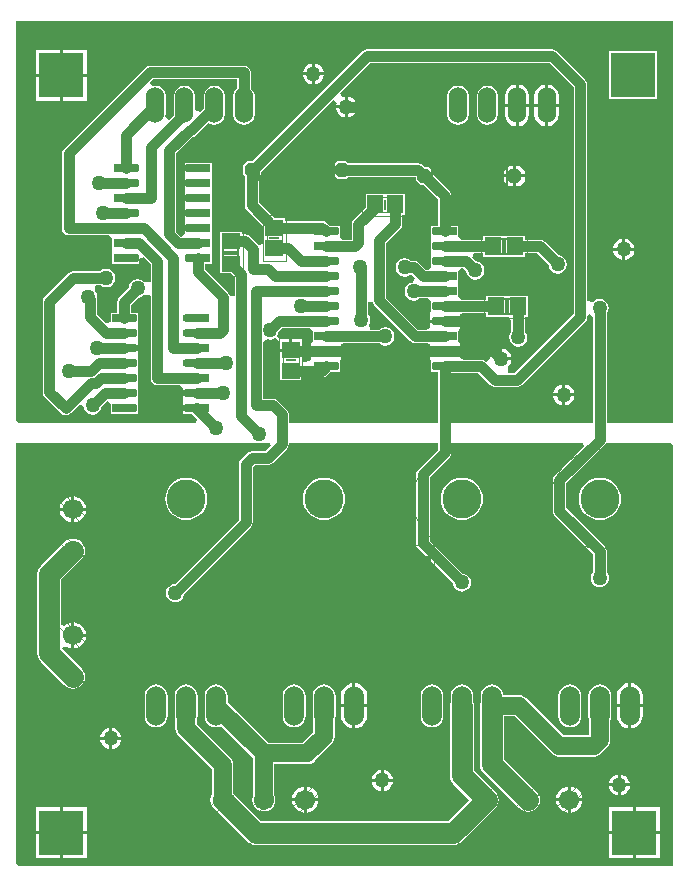
<source format=gtl>
%FSTAX23Y23*%
%MOIN*%
%SFA1B1*%

%IPPOS*%
%AMD40*
4,1,8,-0.012000,-0.024000,0.012000,-0.024000,0.024000,-0.012000,0.024000,0.012000,0.012000,0.024000,-0.012000,0.024000,-0.024000,0.012000,-0.024000,-0.012000,-0.012000,-0.024000,0.0*
%
%ADD10R,0.080000X0.026000*%
%ADD11R,0.052000X0.060000*%
%ADD12R,0.052000X0.063000*%
%ADD13R,0.060000X0.052000*%
%ADD14R,0.063000X0.052000*%
%ADD15C,0.035000*%
%ADD16C,0.070000*%
%ADD17C,0.060000*%
%ADD18R,0.007900X0.031800*%
%ADD19R,0.015900X0.047600*%
%ADD20R,0.031800X0.007900*%
%ADD21R,0.047600X0.015900*%
%ADD22R,0.007900X0.031800*%
%ADD23C,0.000000*%
%ADD24C,0.003900*%
%ADD25C,0.024000*%
%ADD26C,0.006000*%
%ADD27C,0.004000*%
%ADD28R,0.010000X0.024000*%
%ADD29R,0.045000X0.020000*%
%ADD30R,0.030000X0.057500*%
%ADD31R,0.029500X0.057500*%
%ADD32R,0.014000X0.056000*%
%ADD33R,0.057500X0.030000*%
%ADD34R,0.057500X0.029500*%
%ADD35R,0.058000X0.020000*%
%ADD36R,0.030000X0.075000*%
%ADD37R,0.056000X0.014000*%
%ADD38C,0.002000*%
%ADD39R,0.150000X0.150000*%
G04~CAMADD=40~4~0.0~0.0~480.0~480.0~0.0~120.0~0~0.0~0.0~0.0~0.0~0~0.0~0.0~0.0~0.0~0~0.0~0.0~0.0~180.0~480.0~480.0*
%ADD40D40*%
%ADD41C,0.130000*%
%ADD42O,0.066000X0.132000*%
%ADD43C,0.067000*%
%ADD44O,0.060000X0.120000*%
%ADD45C,0.050000*%
%LNmotor_driver-1*%
%LPD*%
G36*
X01922Y01831D02*
Y01475D01*
X0145*
Y01642*
X0154*
X01578Y01603*
X01586Y01598*
X01595Y01597*
X0167*
X01678Y01598*
X01686Y01603*
X01896Y01813*
X01901Y01821*
X01902Y0183*
Y01833*
X01908Y01838*
X01922Y01831*
G37*
G36*
X0219Y01475D02*
D01*
X01967*
Y0184*
X01973Y01848*
X01975Y0186*
X01973Y01871*
X01966Y01881*
X01956Y01888*
X01945Y0189*
X01933Y01888*
X01923Y01881*
X01905Y01882*
X01902Y01885*
Y02605*
X01901Y02613*
X01896Y02621*
X01801Y02716*
X01793Y02721*
X01785Y02722*
X0117*
X01161Y02721*
X01153Y02716*
X00786Y02349*
X0077*
X00756Y02334*
Y02305*
X00762Y02299*
Y02202*
X00763Y02193*
X00768Y02186*
X00825Y0213*
Y02106*
Y02096*
Y02093*
Y02091*
Y02081*
Y02077*
X00822Y02074*
X00806Y02071*
X00778Y02098*
X00771Y02103*
X00762Y02105*
X00751*
Y02113*
X00678*
Y02051*
Y02038*
Y01976*
X00713*
X00727Y01962*
Y019*
X00712Y01899*
X00711Y01903*
X00706Y01911*
X00628Y01988*
Y02007*
X00651*
Y02042*
Y02043*
Y0205*
Y02057*
Y02058*
Y02092*
Y02093*
Y021*
Y02107*
Y02108*
Y02142*
Y02143*
Y0215*
Y02157*
Y02158*
Y02192*
Y02193*
Y022*
Y02207*
Y02208*
Y02242*
Y02243*
Y0225*
Y02257*
Y02258*
Y02292*
Y02293*
Y023*
Y02307*
Y02308*
Y02343*
X00561*
Y02308*
Y02307*
Y023*
Y02293*
Y02292*
Y02258*
Y02257*
Y0225*
Y02243*
Y02242*
Y02208*
Y02207*
Y022*
Y02193*
Y02192*
Y02158*
Y02157*
Y0215*
Y02143*
Y02142*
Y02112*
Y02107*
X00549Y02097*
X00549*
X00532Y02114*
Y02375*
X00588Y0243*
X00591Y02431*
X00598Y02436*
X00639Y02476*
X00646Y02472*
X0066Y02469*
X00673Y02472*
X00685Y02479*
X00693Y02491*
X00695Y02505*
Y02565*
X00693Y02578*
X00685Y0259*
X00673Y02598*
X0066Y026*
X00646Y02598*
X00634Y0259*
X00627Y02578*
X00624Y02565*
Y02526*
X00611Y02513*
X00596Y0252*
Y02565*
X00593Y02578*
X00586Y0259*
X00574Y02598*
X0056Y026*
X00547Y02598*
X00535Y0259*
X00527Y02578*
X00525Y02565*
Y02505*
X00525Y02503*
X00509Y02486*
X00496Y02495*
X00498Y02505*
Y02565*
X00495Y02578*
X00488Y0259*
X00476Y02598*
X00462Y026*
X00452Y02598*
X00444Y02608*
X00443Y02611*
X00454Y02622*
X00735*
Y02591*
X00733Y0259*
X00725Y02578*
X00722Y02565*
Y02505*
X00725Y02491*
X00733Y02479*
X00744Y02472*
X00758Y02469*
X00772Y02472*
X00783Y02479*
X00791Y02491*
X00794Y02505*
Y02565*
X00791Y02578*
X00783Y0259*
X00781Y02591*
Y02645*
X00779Y02653*
X00774Y02661*
X00767Y02666*
X00758Y02667*
X00445*
X00436Y02666*
X00428Y02661*
X00158Y02391*
X00153Y02383*
X00152Y02375*
Y02125*
X00153Y02116*
X00158Y02108*
X00166Y02103*
X00175Y02102*
X00307*
X00319Y02093*
Y02087*
Y02058*
Y02057*
Y0205*
Y02043*
Y02042*
Y02007*
X00409*
Y02022*
X00424Y02028*
X00447Y02005*
Y0195*
X00444Y01947*
X00426Y01946*
X00416Y01953*
X00405Y01955*
X00393Y01953*
X00383Y01946*
X00376Y01936*
X00374Y01927*
X00342Y01895*
X00337Y01887*
X00336Y01879*
Y01843*
X00314*
Y01814*
X00299Y01808*
X00267Y01839*
Y01882*
X00268Y01883*
X0027Y01895*
X00268Y01906*
X00261Y01916*
X00262Y01934*
X00265Y01937*
X0028*
X00288Y01931*
X003Y01929*
X00311Y01931*
X00321Y01938*
X00328Y01948*
X0033Y0196*
X00328Y01971*
X00321Y01981*
X00311Y01988*
X003Y0199*
X00288Y01988*
X0028Y01982*
X0019*
X00181Y01981*
X00173Y01976*
X00093Y01896*
X00088Y01888*
X00087Y0188*
Y0158*
X00088Y01571*
X00093Y01563*
X00148Y01508*
X00156Y01503*
X00165Y01502*
X00173Y01503*
X00181Y01508*
X00209Y01537*
X00215Y01536*
X00225Y01531*
X00226Y01523*
X00233Y01513*
X00243Y01506*
X00255Y01504*
X00266Y01506*
X00276Y01513*
X00283Y01523*
X00285Y01532*
X00301Y01549*
X00314Y0154*
Y01537*
Y01507*
X00404*
Y01542*
Y01543*
Y0155*
Y01557*
Y01558*
Y01593*
Y01607*
Y01643*
Y01657*
Y01693*
Y01707*
Y01742*
Y01743*
Y0175*
Y01757*
Y01758*
Y01792*
Y01793*
Y018*
Y01807*
Y01808*
Y01843*
X00381*
Y01869*
X00407Y01894*
X00416Y01896*
X00426Y01903*
X00444Y01902*
X00447Y019*
Y01625*
X00448Y01616*
X00453Y01608*
X00461Y01603*
X0047Y01602*
X00544*
X00556Y01593*
Y01587*
Y01558*
Y01557*
Y0155*
Y01543*
Y01542*
Y01507*
X00585*
X00603Y01488*
X00598Y01475*
X0001*
X0Y01485*
Y02815*
X0219*
Y01475*
G37*
G36*
Y01402D02*
Y0D01*
X00007*
X0Y00007*
Y0141*
X00808*
X0081Y01409*
X00812Y0141*
X00844*
X00848Y014*
X0083Y01382*
X00785*
X00776Y01381*
X00768Y01376*
X00748Y01356*
X00743Y01348*
X00742Y0134*
Y01154*
X00527Y00939*
X00522Y00939*
X00514Y00936*
X00508Y00931*
X00503Y00925*
X005Y00917*
X00499Y0091*
X005Y00902*
X00503Y00894*
X00508Y00888*
X00514Y00883*
X00522Y0088*
X0053Y00879*
X00537Y0088*
X00545Y00883*
X00551Y00888*
X00556Y00894*
X00559Y00902*
X00559Y00907*
X00781Y01128*
X00786Y01136*
X00787Y01145*
Y0133*
X00794Y01337*
X0084*
X00848Y01338*
X00856Y01343*
X00901Y01388*
X00906Y01396*
X00907Y01405*
Y0141*
X01405*
Y01387*
X01338Y01321*
X01333Y01313*
X01332Y01305*
Y01075*
X01333Y01066*
X01338Y01058*
X01455Y00942*
X01455Y00937*
X01458Y00929*
X01463Y00923*
X01469Y00918*
X01477Y00915*
X01485Y00914*
X01492Y00915*
X015Y00918*
X01506Y00923*
X01511Y00929*
X01514Y00937*
X01515Y00945*
X01514Y00952*
X01511Y0096*
X01506Y00966*
X015Y00971*
X01492Y00974*
X01487Y00974*
X01377Y01084*
Y01295*
X01444Y01361*
X01449Y01369*
X0145Y01378*
Y0141*
X01889*
X01893Y014*
X01793Y01301*
X01788Y01293*
X01787Y01285*
Y01183*
X01788Y01175*
X01793Y01167*
X01922Y01039*
Y00979*
X01918Y00975*
X01915Y00967*
X01914Y0096*
X01915Y00952*
X01918Y00944*
X01923Y00938*
X01929Y00933*
X01937Y0093*
X01945Y00929*
X01952Y0093*
X0196Y00933*
X01966Y00938*
X01971Y00944*
X01974Y00952*
X01975Y0096*
X01974Y00967*
X01971Y00975*
X01967Y00979*
Y01048*
X01966Y01057*
X01961Y01065*
X01832Y01193*
Y01275*
X01961Y01403*
X01965Y0141*
X02182*
X0219Y01402*
G37*
G36*
X01857Y02595D02*
Y01839D01*
X0166Y01642*
X01639*
X01638Y01645*
X0164Y01664*
X01648Y01676*
X01649Y01685*
X01615*
Y0169*
X0161*
Y01724*
X01601Y01723*
X01589Y01715*
X01582Y01703*
X01579Y0169*
X01579Y01689*
X01567Y01682*
X01565Y01681*
X01558Y01686*
X0155Y01687*
X01491*
X01478Y01692*
Y01702*
Y0171*
X01378*
Y01695*
Y01692*
Y01692*
X01383Y01679*
Y01677*
Y01647*
X01405*
Y01475*
X00907*
Y01505*
X00906Y01513*
X00901Y01521*
X00871Y01551*
X00863Y01556*
X00855Y01557*
X00822*
Y01745*
X00825Y01748*
X00837Y01755*
X00845Y01754*
X00856Y01756*
X00862Y0176*
X00875Y01751*
Y01724*
X0091*
Y01755*
X00879*
X00869Y01767*
X00873Y01773*
X00875Y01782*
X00884Y01792*
X00975*
X00987Y01783*
Y01777*
Y01753*
Y0175*
X00982Y01738*
Y01737*
Y01734*
Y0172*
X01082*
Y01727*
Y01738*
X01095Y01742*
X0121*
X01218Y01736*
X0123Y01734*
X01241Y01736*
X01251Y01743*
X01258Y01753*
X0126Y01765*
X01258Y01776*
X01251Y01786*
X01241Y01793*
X0123Y01795*
X01218Y01793*
X0121Y01787*
X01181*
X0118Y01788*
X01174Y01802*
X01178Y01808*
X0118Y0182*
X01178Y01831*
X01172Y01839*
Y01879*
X01187Y0188*
X01188Y01876*
X01193Y01868*
X01313Y01748*
X01321Y01743*
X0133Y01742*
X01364*
X01378Y01738*
Y01727*
Y0172*
X01478*
Y01734*
Y01737*
Y01738*
X01473Y0175*
Y01753*
Y01777*
Y01779*
X01478Y01792*
Y01792*
Y01795*
Y0181*
X01378*
Y01802*
Y01792*
X01364Y01787*
X01339*
X01232Y01894*
Y02075*
X01279Y02122*
X01284Y02129*
X01286Y02138*
Y0217*
X01294*
Y0224*
X01242*
X01232*
X01229*
X01227*
X01217*
X01165*
Y02195*
X01123Y02154*
X01118Y02146*
X01117Y02138*
Y02087*
X01088*
X01077Y02097*
Y02102*
Y02133*
X01046*
X01035Y02143*
X01028Y02148*
X01019Y0215*
X00895*
Y02158*
X00861*
X00807Y02212*
Y02299*
X00814Y02305*
Y02311*
X01054Y02552*
X01067Y02543*
X01065Y02535*
X01095*
Y02564*
X01086Y02563*
X01077Y02575*
X01179Y02677*
X01775*
X01857Y02595*
G37*
%LNmotor_driver-2*%
%LPC*%
G36*
X0112Y00528D02*
X01082D01*
Y005*
X01083Y00489*
X01088Y00479*
X01095Y0047*
X01104Y00463*
X01114Y00459*
X0112Y00458*
Y00528*
G37*
G36*
X01169D02*
X0113D01*
Y00458*
X01136Y00459*
X01147Y00463*
X01156Y0047*
X01163Y00479*
X01167Y00489*
X01169Y005*
Y00528*
G37*
G36*
X0204D02*
X02001D01*
Y005*
X02003Y00489*
X02007Y00479*
X02014Y0047*
X02023Y00463*
X02033Y00459*
X0204Y00458*
Y00528*
G37*
G36*
X01025Y00605D02*
X01015Y00603D01*
X01006Y006*
X00998Y00594*
X00992Y00586*
X00988Y00576*
X00987Y00566*
Y005*
X00988Y00491*
X0099Y00486*
Y00445*
X00955Y0041*
X00839*
X00704Y00545*
Y00566*
X00703Y00576*
X00699Y00586*
X00693Y00594*
X00685Y006*
X00676Y00603*
X00666Y00605*
X00656Y00603*
X00646Y006*
X00639Y00594*
X00632Y00586*
X00629Y00576*
X00627Y00566*
Y005*
X00629Y00491*
X00632Y00481*
X00639Y00473*
X00646Y00467*
X00656Y00463*
X00666Y00462*
X00676Y00463*
X00683Y00466*
X00789Y0036*
Y00236*
X00787Y00231*
X00786Y00221*
X00787Y00211*
X00791Y00201*
X00797Y00193*
X00805Y00187*
X00814Y00183*
X00825Y00182*
X00835Y00183*
X00844Y00187*
X00852Y00193*
X00858Y00201*
X00862Y00211*
X00863Y00221*
X00862Y00231*
X0086Y00236*
Y00339*
X0097*
X00979Y0034*
X00987Y00344*
X00994Y0035*
X0105Y00405*
X01056Y00413*
X01059Y00421*
X01061Y0043*
Y00486*
X01062Y00491*
X01064Y005*
Y00566*
X01062Y00576*
X01058Y00586*
X01052Y00594*
X01044Y006*
X01035Y00603*
X01025Y00605*
G37*
G36*
X00349Y0042D02*
X0032D01*
Y0039*
X00324Y0039*
X00332Y00394*
X0034Y004*
X00345Y00407*
X00349Y00415*
X00349Y0042*
G37*
G36*
X0031D02*
X0028D01*
X0028Y00415*
X00284Y00407*
X0029Y004*
X00297Y00394*
X00305Y0039*
X0031Y0039*
Y0042*
G37*
G36*
X01945Y00605D02*
X01935Y00603D01*
X01925Y006*
X01917Y00594*
X01911Y00586*
X01908Y00576*
X01906Y00566*
Y005*
X01908Y00491*
X01909Y00486*
Y00435*
X01824*
X01701Y00558*
X01693Y00564*
X01685Y00568*
X01676Y00569*
X01623*
X01622Y00576*
X01618Y00586*
X01612Y00594*
X01604Y006*
X01595Y00603*
X01585Y00605*
X01575Y00603*
X01566Y006*
X01558Y00594*
X01552Y00586*
X01548Y00576*
X01547Y00566*
Y00545*
X01546Y00544*
X01545Y00533*
Y0034*
X01546Y0033*
X0155Y0032*
X01556Y00312*
X01676Y00192*
X01684Y00186*
X01694Y00182*
X01705Y0018*
X01715Y00182*
X01725Y00186*
X01733Y00192*
X01739Y002*
X01744Y0021*
X01745Y00221*
X01744Y00231*
X01739Y00241*
X01733Y00249*
X01625Y00357*
Y00498*
X01661*
X01785Y00375*
X01792Y00369*
X018Y00365*
X0181Y00364*
X01925*
X01934Y00365*
X01942Y00369*
X0195Y00375*
X0197Y00395*
X01975Y00402*
X01979Y0041*
X0198Y0042*
Y00486*
X01982Y00491*
X01983Y005*
Y00566*
X01982Y00576*
X01978Y00586*
X01972Y00594*
X01964Y006*
X01954Y00603*
X01945Y00605*
G37*
G36*
X0032Y00459D02*
Y0043D01*
X00349*
X00349Y00434*
X00345Y00442*
X0034Y0045*
X00332Y00455*
X00324Y00459*
X0032Y00459*
G37*
G36*
X0031D02*
X00305Y00459D01*
X00297Y00455*
X0029Y0045*
X00284Y00442*
X0028Y00434*
X0028Y0043*
X0031*
Y00459*
G37*
G36*
X02088Y00528D02*
X0205D01*
Y00458*
X02056Y00459*
X02066Y00463*
X02075Y0047*
X02082Y00479*
X02086Y00489*
X02088Y005*
Y00528*
G37*
G36*
X0205Y00609D02*
Y00538D01*
X02088*
Y00566*
X02086Y00578*
X02082Y00588*
X02075Y00597*
X02066Y00604*
X02056Y00608*
X0205Y00609*
G37*
G36*
X0204D02*
X02033Y00608D01*
X02023Y00604*
X02014Y00597*
X02007Y00588*
X02003Y00578*
X02001Y00566*
Y00538*
X0204*
Y00609*
G37*
G36*
X00188Y01091D02*
X00178Y0109D01*
X00168Y01086*
X0016Y01079*
X00081Y01*
X00075Y00992*
X00071Y00982*
X00069Y00972*
Y0071*
X00071Y00699*
X00075Y00689*
X00081Y00681*
X0016Y00602*
X00168Y00596*
X00178Y00592*
X00188Y0059*
X00199Y00592*
X00209Y00596*
X00217Y00602*
X00223Y0061*
X00227Y0062*
X00229Y00631*
X00227Y00641*
X00223Y00651*
X00217Y00659*
X00154Y00723*
X00153Y00725*
X00154Y00728*
X00165Y00732*
X00167Y00731*
X00177Y00726*
X00183Y00725*
Y00769*
Y00812*
X00177Y00811*
X00167Y00807*
X0016Y00801*
X00152Y00804*
X0015Y00806*
Y00955*
X00217Y01022*
X00223Y0103*
X00227Y0104*
X00229Y01051*
X00227Y01061*
X00223Y01071*
X00217Y01079*
X00209Y01086*
X00199Y0109*
X00188Y01091*
G37*
G36*
X00193Y00812D02*
Y00774D01*
X00232*
X00231Y0078*
X00226Y0079*
X0022Y008*
X0021Y00807*
X002Y00811*
X00193Y00812*
G37*
G36*
X00232Y00764D02*
X00193D01*
Y00725*
X002Y00726*
X0021Y00731*
X0022Y00738*
X00226Y00747*
X00231Y00757*
X00232Y00764*
G37*
G36*
X0113Y00609D02*
Y00538D01*
X01169*
Y00566*
X01167Y00578*
X01163Y00588*
X01156Y00597*
X01147Y00604*
X01136Y00608*
X0113Y00609*
G37*
G36*
X00925Y00605D02*
X00915Y00603D01*
X00906Y006*
X00898Y00594*
X00892Y00586*
X00888Y00576*
X00887Y00566*
Y005*
X00888Y00491*
X00892Y00481*
X00898Y00473*
X00906Y00467*
X00915Y00463*
X00925Y00462*
X00935Y00463*
X00944Y00467*
X00952Y00473*
X00958Y00481*
X00962Y00491*
X00964Y005*
Y00566*
X00962Y00576*
X00958Y00586*
X00952Y00594*
X00944Y006*
X00935Y00603*
X00925Y00605*
G37*
G36*
X00466D02*
X00456Y00603D01*
X00446Y006*
X00439Y00594*
X00432Y00586*
X00429Y00576*
X00427Y00566*
Y005*
X00429Y00491*
X00432Y00481*
X00439Y00473*
X00446Y00467*
X00456Y00463*
X00466Y00462*
X00476Y00463*
X00485Y00467*
X00493Y00473*
X00499Y00481*
X00503Y00491*
X00504Y005*
Y00566*
X00503Y00576*
X00499Y00586*
X00493Y00594*
X00485Y006*
X00476Y00603*
X00466Y00605*
G37*
G36*
X01385D02*
X01375Y00603D01*
X01366Y006*
X01358Y00594*
X01352Y00586*
X01348Y00576*
X01347Y00566*
Y005*
X01348Y00491*
X01352Y00481*
X01358Y00473*
X01366Y00467*
X01375Y00463*
X01385Y00462*
X01395Y00463*
X01404Y00467*
X01412Y00473*
X01418Y00481*
X01422Y00491*
X01423Y005*
Y00566*
X01422Y00576*
X01418Y00586*
X01412Y00594*
X01404Y006*
X01395Y00603*
X01385Y00605*
G37*
G36*
X0112Y00609D02*
X01114Y00608D01*
X01104Y00604*
X01095Y00597*
X01088Y00588*
X01083Y00578*
X01082Y00566*
Y00538*
X0112*
Y00609*
G37*
G36*
X01845Y00605D02*
X01835Y00603D01*
X01825Y006*
X01817Y00594*
X01811Y00586*
X01808Y00576*
X01806Y00566*
Y005*
X01808Y00491*
X01811Y00481*
X01817Y00473*
X01825Y00467*
X01835Y00463*
X01845Y00462*
X01854Y00463*
X01864Y00467*
X01872Y00473*
X01878Y00481*
X01882Y00491*
X01883Y005*
Y00566*
X01882Y00576*
X01878Y00586*
X01872Y00594*
X01864Y006*
X01854Y00603*
X01845Y00605*
G37*
G36*
X01225Y00319D02*
Y0029D01*
X01254*
X01254Y00294*
X0125Y00302*
X01245Y0031*
X01237Y00315*
X01229Y00319*
X01225Y00319*
G37*
G36*
X01485Y00605D02*
X01475Y00603D01*
X01466Y006*
X01458Y00594*
X01452Y00586*
X01448Y00576*
X01447Y00566*
Y00545*
X01446Y00544*
X01445Y00533*
Y00302*
X01446Y00292*
X0145Y00282*
X01456Y00274*
X0151Y00221*
X01439Y0015*
X00815*
X00722Y00242*
Y00337*
X00721Y00346*
X00717Y00355*
X00712Y00362*
X00601Y00473*
Y00486*
X00603Y00491*
X00604Y005*
Y00566*
X00603Y00576*
X00599Y00586*
X00593Y00594*
X00585Y006*
X00576Y00603*
X00566Y00605*
X00556Y00603*
X00546Y006*
X00539Y00594*
X00532Y00586*
X00529Y00576*
X00527Y00566*
Y005*
X00529Y00491*
X0053Y00486*
Y00458*
X00532Y00449*
X00535Y00441*
X00541Y00434*
X00651Y00323*
Y0024*
X00648Y00231*
X00646Y00221*
X00648Y0021*
X00652Y002*
X00658Y00192*
X00769Y00081*
X00778Y00075*
X00787Y00071*
X00798Y00069*
X01456*
X01466Y00071*
X01476Y00075*
X01484Y00081*
X01595Y00192*
X01602Y002*
X01606Y0021*
X01607Y00221*
X01606Y00231*
X01602Y00241*
X01595Y00249*
X01525Y00319*
Y00533*
X01524Y00544*
X01523Y00545*
Y00566*
X01522Y00576*
X01518Y00586*
X01512Y00594*
X01504Y006*
X01495Y00603*
X01485Y00605*
G37*
G36*
X02145Y00195D02*
X02065D01*
Y00115*
X02145*
Y00195*
G37*
G36*
X02055D02*
X01975D01*
Y00115*
X02055*
Y00195*
G37*
G36*
X01838Y00216D02*
X01799D01*
X018Y00209*
X01805Y00199*
X01812Y0019*
X01821Y00183*
X01831Y00178*
X01838Y00177*
Y00216*
G37*
G36*
X01006D02*
X00968D01*
Y00177*
X00974Y00178*
X00984Y00183*
X00994Y0019*
X01001Y00199*
X01005Y00209*
X01006Y00216*
G37*
G36*
X00958D02*
X00919D01*
X0092Y00209*
X00925Y00199*
X00932Y0019*
X00941Y00183*
X00951Y00178*
X00958Y00177*
Y00216*
G37*
G36*
X02055Y00105D02*
X01975D01*
Y00025*
X02055*
Y00105*
G37*
G36*
X00235D02*
X00155D01*
Y00025*
X00235*
Y00105*
G37*
G36*
X00145D02*
X00065D01*
Y00025*
X00145*
Y00105*
G37*
G36*
X00235Y00195D02*
X00155D01*
Y00115*
X00235*
Y00195*
G37*
G36*
X00145D02*
X00065D01*
Y00115*
X00145*
Y00195*
G37*
G36*
X02145Y00105D02*
X02065D01*
Y00025*
X02145*
Y00105*
G37*
G36*
X01254Y0028D02*
X01225D01*
Y0025*
X01229Y0025*
X01237Y00254*
X01245Y0026*
X0125Y00267*
X01254Y00275*
X01254Y0028*
G37*
G36*
X01215D02*
X01185D01*
X01185Y00275*
X01189Y00267*
X01195Y0026*
X01202Y00254*
X0121Y0025*
X01215Y0025*
Y0028*
G37*
G36*
X02044Y00265D02*
X02015D01*
Y00235*
X02019Y00235*
X02027Y00239*
X02035Y00245*
X0204Y00252*
X02044Y0026*
X02044Y00265*
G37*
G36*
X01215Y00319D02*
X0121Y00319D01*
X01202Y00315*
X01195Y0031*
X01189Y00302*
X01185Y00294*
X01185Y0029*
X01215*
Y00319*
G37*
G36*
X02015Y00304D02*
Y00275D01*
X02044*
X02044Y00279*
X0204Y00287*
X02035Y00295*
X02027Y003*
X02019Y00304*
X02015Y00304*
G37*
G36*
X02005D02*
X02Y00304D01*
X01992Y003*
X01985Y00295*
X01979Y00287*
X01975Y00279*
X01975Y00275*
X02005*
Y00304*
G37*
G36*
X00968Y00264D02*
Y00226D01*
X01006*
X01005Y00232*
X01001Y00243*
X00994Y00252*
X00984Y00259*
X00974Y00263*
X00968Y00264*
G37*
G36*
X00958D02*
X00951Y00263D01*
X00941Y00259*
X00932Y00252*
X00925Y00243*
X0092Y00232*
X00919Y00226*
X00958*
Y00264*
G37*
G36*
X01886Y00216D02*
X01848D01*
Y00177*
X01854Y00178*
X01864Y00183*
X01874Y0019*
X01881Y00199*
X01885Y00209*
X01886Y00216*
G37*
G36*
X02005Y00265D02*
X01975D01*
X01975Y0026*
X01979Y00252*
X01985Y00245*
X01992Y00239*
X02Y00235*
X02005Y00235*
Y00265*
G37*
G36*
X01848Y00264D02*
Y00226D01*
X01886*
X01885Y00232*
X01881Y00243*
X01874Y00252*
X01864Y00259*
X01854Y00263*
X01848Y00264*
G37*
G36*
X01838D02*
X01831Y00263D01*
X01821Y00259*
X01812Y00252*
X01805Y00243*
X018Y00232*
X01799Y00226*
X01838*
Y00264*
G37*
G36*
X01095Y02525D02*
X01065D01*
X01067Y02516*
X01074Y02504*
X01086Y02497*
X01095Y02495*
Y02525*
G37*
G36*
X0157Y026D02*
X01556Y02598D01*
X01544Y0259*
X01537Y02578*
X01534Y02565*
Y02505*
X01537Y02491*
X01544Y02479*
X01556Y02472*
X0157Y02469*
X01583Y02472*
X01595Y02479*
X01603Y02491*
X01605Y02505*
Y02565*
X01603Y02578*
X01595Y0259*
X01583Y02598*
X0157Y026*
G37*
G36*
X01134Y02525D02*
X01105D01*
Y02495*
X01113Y02497*
X01125Y02504*
X01133Y02516*
X01134Y02525*
G37*
G36*
X01664Y02604D02*
X01653Y02602D01*
X0164Y02593*
X01631Y0258*
X01628Y02565*
Y0254*
X01664*
Y02604*
G37*
G36*
X01105Y02564D02*
Y02535D01*
X01134*
X01133Y02543*
X01125Y02555*
X01113Y02563*
X01105Y02564*
G37*
G36*
X01472Y026D02*
X01458Y02598D01*
X01446Y0259*
X01439Y02578*
X01436Y02565*
Y02505*
X01439Y02491*
X01446Y02479*
X01458Y02472*
X01472Y02469*
X01485Y02472*
X01497Y02479*
X01505Y02491*
X01507Y02505*
Y02565*
X01505Y02578*
X01497Y0259*
X01485Y02598*
X01472Y026*
G37*
G36*
X01664Y0253D02*
X01628D01*
Y02505*
X01631Y02489*
X0164Y02476*
X01653Y02467*
X01664Y02465*
Y0253*
G37*
G36*
X01677Y02334D02*
X01665D01*
Y02305*
X01694*
Y02317*
X01677Y02334*
G37*
G36*
X0171Y0253D02*
X01674D01*
Y02465*
X01684Y02467*
X01698Y02476*
X01706Y02489*
X0171Y02505*
Y0253*
G37*
G36*
X01808D02*
X01772D01*
Y02465*
X01783Y02467*
X01796Y02476*
X01805Y02489*
X01808Y02505*
Y0253*
G37*
G36*
X01762D02*
X01726D01*
Y02505*
X0173Y02489*
X01738Y02476*
X01752Y02467*
X01762Y02465*
Y0253*
G37*
G36*
X01674Y02604D02*
Y0254D01*
X0171*
Y02565*
X01706Y0258*
X01698Y02593*
X01684Y02602*
X01674Y02604*
G37*
G36*
X00145Y0272D02*
X00065D01*
Y0264*
X00145*
Y0272*
G37*
G36*
X01024Y02635D02*
X00995D01*
Y02605*
X01003Y02607*
X01015Y02614*
X01023Y02626*
X01024Y02635*
G37*
G36*
X00235Y0272D02*
X00155D01*
Y0264*
X00235*
Y0272*
G37*
G36*
X00995Y02674D02*
Y02645D01*
X01024*
X01023Y02653*
X01015Y02665*
X01003Y02673*
X00995Y02674*
G37*
G36*
X00985D02*
X00976Y02673D01*
X00964Y02665*
X00957Y02653*
X00955Y02645*
X00985*
Y02674*
G37*
G36*
Y02635D02*
X00955D01*
X00957Y02626*
X00964Y02614*
X00976Y02607*
X00985Y02605*
Y02635*
G37*
G36*
X01772Y02604D02*
Y0254D01*
X01808*
Y02565*
X01805Y0258*
X01796Y02593*
X01783Y02602*
X01772Y02604*
G37*
G36*
X01762D02*
X01752Y02602D01*
X01738Y02593*
X0173Y0258*
X01726Y02565*
Y0254*
X01762*
Y02604*
G37*
G36*
X00145Y0263D02*
X00065D01*
Y0255*
X00145*
Y0263*
G37*
G36*
X02135Y02715D02*
X01975D01*
Y02555*
X02135*
Y02715*
G37*
G36*
X00235Y0263D02*
X00155D01*
Y0255*
X00235*
Y0263*
G37*
G36*
X00193Y01232D02*
Y01194D01*
X00232*
X00231Y012*
X00226Y0121*
X0022Y0122*
X0021Y01227*
X002Y01231*
X00193Y01232*
G37*
G36*
X00183D02*
X00177Y01231D01*
X00167Y01227*
X00157Y0122*
X0015Y0121*
X00146Y012*
X00145Y01194*
X00183*
Y01232*
G37*
G36*
X0182Y01565D02*
X0179D01*
X01792Y01556*
X01799Y01544*
X01811Y01537*
X0182Y01535*
Y01565*
G37*
G36*
Y01604D02*
X01811Y01603D01*
X01799Y01595*
X01792Y01583*
X0179Y01575*
X0182*
Y01604*
G37*
G36*
X01859Y01565D02*
X0183D01*
Y01535*
X01838Y01537*
X0185Y01544*
X01858Y01556*
X01859Y01565*
G37*
G36*
X01945Y01294D02*
X01931Y01292D01*
X01918Y01288*
X01905Y01282*
X01895Y01273*
X01886Y01263*
X0188Y0125*
X01876Y01237*
X01874Y01223*
X01876Y0121*
X0188Y01197*
X01886Y01184*
X01895Y01174*
X01905Y01165*
X01918Y01158*
X01931Y01154*
X01945Y01153*
X01958Y01154*
X01971Y01158*
X01984Y01165*
X01994Y01174*
X02003Y01184*
X0201Y01197*
X02014Y0121*
X02015Y01223*
X02014Y01237*
X0201Y0125*
X02003Y01263*
X01994Y01273*
X01984Y01282*
X01971Y01288*
X01958Y01292*
X01945Y01294*
G37*
G36*
X00232Y01184D02*
X00193D01*
Y01145*
X002Y01146*
X0021Y01151*
X0022Y01158*
X00226Y01167*
X00231Y01177*
X00232Y01184*
G37*
G36*
X00183D02*
X00145D01*
X00146Y01177*
X0015Y01167*
X00157Y01158*
X00167Y01151*
X00177Y01146*
X00183Y01145*
Y01184*
G37*
G36*
X00566Y01294D02*
X00552Y01292D01*
X00539Y01288*
X00527Y01282*
X00516Y01273*
X00507Y01263*
X00501Y0125*
X00497Y01237*
X00495Y01223*
X00497Y0121*
X00501Y01197*
X00507Y01184*
X00516Y01174*
X00527Y01165*
X00539Y01158*
X00552Y01154*
X00566Y01153*
X00579Y01154*
X00593Y01158*
X00605Y01165*
X00615Y01174*
X00624Y01184*
X00631Y01197*
X00635Y0121*
X00636Y01223*
X00635Y01237*
X00631Y0125*
X00624Y01263*
X00615Y01273*
X00605Y01282*
X00593Y01288*
X00579Y01292*
X00566Y01294*
G37*
G36*
X01485D02*
X01471Y01292D01*
X01458Y01288*
X01446Y01282*
X01435Y01273*
X01426Y01263*
X0142Y0125*
X01416Y01237*
X01415Y01223*
X01416Y0121*
X0142Y01197*
X01426Y01184*
X01435Y01174*
X01446Y01165*
X01458Y01158*
X01471Y01154*
X01485Y01153*
X01499Y01154*
X01512Y01158*
X01524Y01165*
X01535Y01174*
X01543Y01184*
X0155Y01197*
X01554Y0121*
X01555Y01223*
X01554Y01237*
X0155Y0125*
X01543Y01263*
X01535Y01273*
X01524Y01282*
X01512Y01288*
X01499Y01292*
X01485Y01294*
G37*
G36*
X01025D02*
X01012Y01292D01*
X00998Y01288*
X00986Y01282*
X00976Y01273*
X00967Y01263*
X0096Y0125*
X00956Y01237*
X00955Y01223*
X00956Y0121*
X0096Y01197*
X00967Y01184*
X00976Y01174*
X00986Y01165*
X00998Y01158*
X01012Y01154*
X01025Y01153*
X01039Y01154*
X01052Y01158*
X01064Y01165*
X01075Y01174*
X01084Y01184*
X0109Y01197*
X01094Y0121*
X01096Y01223*
X01094Y01237*
X0109Y0125*
X01084Y01263*
X01075Y01273*
X01064Y01282*
X01052Y01288*
X01039Y01292*
X01025Y01294*
G37*
G36*
X0183Y01604D02*
Y01575D01*
X01859*
X01858Y01583*
X0185Y01595*
X01838Y01603*
X0183Y01604*
G37*
G36*
X0203Y02089D02*
Y0206D01*
X02059*
X02058Y02068*
X0205Y0208*
X02038Y02088*
X0203Y02089*
G37*
G36*
X0202D02*
X02011Y02088D01*
X01999Y0208*
X01992Y02068*
X0199Y0206*
X0202*
Y02089*
G37*
G36*
X01655Y02295D02*
X01626D01*
Y02283*
X01643Y02266*
X01655*
Y02295*
G37*
G36*
Y02334D02*
X01643D01*
X01626Y02317*
Y02305*
X01655*
Y02334*
G37*
G36*
X01694Y02295D02*
X01665D01*
Y02266*
X01677*
X01694Y02283*
Y02295*
G37*
G36*
X02059Y0205D02*
X0203D01*
Y0202*
X02038Y02022*
X0205Y02029*
X02058Y02041*
X02059Y0205*
G37*
G36*
X0162Y01724D02*
Y01695D01*
X01649*
X01648Y01703*
X0164Y01715*
X01628Y01723*
X0162Y01724*
G37*
G36*
X00955Y01714D02*
X00875D01*
Y01695*
Y01689*
Y01683*
X0088Y0167*
Y01668*
Y0162*
X0095*
Y01628*
X01018*
X01027Y0163*
X01034Y01635*
X01046Y01647*
X01077*
Y01677*
Y01679*
X01082Y01692*
Y01692*
Y01695*
Y0171*
X00982*
Y01695*
Y01692*
Y01692*
X00983Y01689*
X00978Y01682*
X00959Y01679*
X00955Y01683*
Y01689*
Y01695*
Y01714*
G37*
G36*
Y01755D02*
X0092D01*
Y01724*
X00955*
Y01755*
G37*
G36*
X0202Y0205D02*
X0199D01*
X01992Y02041*
X01999Y02029*
X02011Y02022*
X0202Y0202*
Y0205*
G37*
G36*
X01099Y02349D02*
X0107D01*
X01056Y02334*
Y02305*
X0107Y02291*
X01099*
X01105Y02297*
X0133*
X01331Y02296*
Y02285*
X01345Y02271*
X01356*
X01405Y02222*
Y02133*
X01383*
Y02098*
Y02097*
Y0209*
Y02083*
Y02082*
Y02048*
Y02047*
Y0204*
Y02033*
Y02032*
Y02002*
Y01997*
X01371Y01987*
X01364*
X01341Y02011*
X01333Y02016*
X01325Y02017*
X01314*
X01306Y02023*
X01295Y02025*
X01283Y02023*
X01273Y02016*
X01266Y02006*
X01264Y01995*
X01266Y01983*
X01273Y01973*
X01283Y01966*
X01295Y01964*
X01306Y01966*
X01314Y01972*
X01315*
X01327Y0196*
X01326Y01955*
X01321Y01944*
X01313Y01943*
X01303Y01936*
X01296Y01926*
X01294Y01915*
X01296Y01903*
X01303Y01893*
X01313Y01886*
X01325Y01884*
X01336Y01886*
X01344Y01892*
X01371*
X01383Y01883*
Y01877*
Y01853*
Y0185*
X01378Y01838*
Y01837*
Y01834*
Y0182*
X01478*
Y01827*
Y01838*
X01491Y01842*
X01566*
Y01828*
X01627*
X01628*
X01635*
X01642Y01828*
X0165Y01816*
Y01781*
X01644Y01773*
X01642Y01762*
X01644Y0175*
X01651Y0174*
X01661Y01733*
X01673Y01731*
X01684Y01733*
X01694Y0174*
X01701Y0175*
X01703Y01762*
X01701Y01773*
X01695Y01781*
Y01828*
X01704*
Y01901*
X01643*
X01642*
X01635*
X01628*
X01627*
X01566*
Y01887*
X01484*
X01473Y01897*
Y01902*
Y01932*
Y01933*
Y0194*
Y01947*
Y01948*
Y01977*
Y01983*
X01484Y01992*
X0149*
X01499Y01982*
X01501Y01973*
X01508Y01963*
X01518Y01956*
X0153Y01954*
X01541Y01956*
X01551Y01963*
X01558Y01973*
X0156Y01985*
X01558Y01996*
X01551Y02006*
X01541Y02013*
X01532Y02015*
X0152Y02027*
X01526Y02042*
X01556*
Y02028*
X01617*
X01618*
X01625*
X01632*
X01633*
X01694*
Y02042*
X01735*
X01774Y02002*
X01776Y01993*
X01783Y01983*
X01793Y01976*
X01805Y01974*
X01816Y01976*
X01826Y01983*
X01833Y01993*
X01835Y02005*
X01833Y02016*
X01826Y02026*
X01816Y02033*
X01807Y02035*
X01761Y02081*
X01753Y02086*
X01745Y02087*
X01694*
Y02101*
X01633*
X01632*
X01625*
X01618*
X01617*
X01556*
Y02087*
X01484*
X01473Y02097*
Y02102*
Y02133*
X0145*
Y02232*
X01449Y0224*
X01444Y02248*
X01389Y02303*
Y02314*
X01374Y02329*
X01363*
X01356Y02336*
X01348Y02341*
X0134Y02342*
X01105*
X01099Y02349*
G37*
%LNmotor_driver-3*%
%LPD*%
G54D10*
X00601Y01525D03*
X00359D03*
X00601Y01575D03*
Y01625D03*
X00359Y01575D03*
Y01625D03*
X00601Y01675D03*
X00359D03*
X00601Y01725D03*
Y01775D03*
X00359Y01725D03*
Y01775D03*
X00601Y01825D03*
X00359D03*
X00606Y02025D03*
X00364D03*
X00606Y02075D03*
Y02125D03*
X00364Y02075D03*
Y02125D03*
X00606Y02175D03*
X00364D03*
X00606Y02225D03*
Y02275D03*
X00364Y02225D03*
Y02275D03*
X00606Y02325D03*
X00364D03*
X01428Y01665D03*
Y01715D03*
X01032Y01665D03*
Y01715D03*
X01428Y02115D03*
Y02065D03*
Y02015D03*
Y01965D03*
Y01915D03*
Y01865D03*
Y01815D03*
Y01765D03*
X01032D03*
Y01815D03*
Y01865D03*
Y01915D03*
Y01965D03*
Y02015D03*
Y02065D03*
Y02115D03*
G54D11*
X01196Y02205D03*
X01263D03*
G54D12*
X01663Y02065D03*
X01587D03*
X01673Y01865D03*
X01597D03*
G54D13*
X00915Y01719D03*
Y01651D03*
X0086Y0206D03*
Y02127D03*
G54D14*
X00715Y02007D03*
Y02082D03*
G54D15*
X00606Y01979D02*
Y02025D01*
Y01979D02*
X0069Y01895D01*
Y01785D02*
Y01895D01*
X0068Y01775D02*
X0069Y01785D01*
X00601Y01775D02*
X0068D01*
X00715Y02007D02*
X0075Y01972D01*
X00175Y02125D02*
X00364D01*
X00175D02*
Y02375D01*
X0029Y02175D02*
X00364D01*
X0019Y0196D02*
X003D01*
X0011Y0188D02*
X0019Y0196D01*
X0011Y0158D02*
Y0188D01*
Y0158D02*
X00165Y01525D01*
X0025Y0161*
X00266*
X00281Y01625*
X00359*
X00255Y01535D02*
X00295Y01575D01*
X00359*
X01595Y0162D02*
X0167D01*
X0155Y01665D02*
X01595Y0162D01*
X01428Y01665D02*
X0155D01*
X0167Y0162D02*
X0188Y0183D01*
X0131Y01715D02*
X01428D01*
X0129Y01695D02*
X0131Y01715D01*
X01195Y01695D02*
X0129D01*
X01175Y01715D02*
X01195Y01695D01*
X01032Y01715D02*
X01175D01*
X01032Y01765D02*
X0123D01*
X01575Y0173D02*
X0159Y01715D01*
X01615Y0169*
X01428Y01715D02*
X0159D01*
X01428Y01815D02*
X01535D01*
X01575Y01775*
Y0173D02*
Y01775D01*
X00601Y01575D02*
X0069D01*
X006Y01525D02*
X00665Y0146D01*
X003Y01775D02*
X00359D01*
X00245Y0183D02*
X003Y01775D01*
X00245Y0183D02*
Y0189D01*
X0024Y01895D02*
X00245Y0189D01*
X00275Y02275D02*
X00364D01*
X00175Y02375D02*
X00445Y02645D01*
X00275Y01675D02*
X00359D01*
X0025Y0165D02*
X00275Y01675D01*
X00175Y0165D02*
X0025D01*
X011Y0253D02*
X0114D01*
X0053Y0091D02*
X00765Y01145D01*
Y0134*
X00785Y0136*
X0075Y015D02*
X0081Y0144D01*
X0075Y015D02*
Y01972D01*
X0084Y0136D02*
X00885Y01405D01*
X00785Y0136D02*
X0084D01*
X00885Y01405D02*
Y01505D01*
X00855Y01535D02*
X00885Y01505D01*
X008Y01535D02*
Y01762D01*
Y01535D02*
X00855D01*
X00797Y01765D02*
X008Y01762D01*
X00875Y01815D02*
X01032D01*
X00915Y01719D02*
X00919Y01715D01*
X01032*
X01355Y01075D02*
X01485Y00945D01*
X01355Y01075D02*
Y01305D01*
X01428Y01378*
Y01665*
X015Y02015D02*
X0153Y01985D01*
X01428Y02015D02*
X015D01*
X01673Y01762D02*
Y01865D01*
X01945Y0142D02*
Y0186D01*
X0181Y01285D02*
X01945Y0142D01*
X0181Y01183D02*
Y01285D01*
Y01183D02*
X01945Y01048D01*
Y0096D02*
Y01048D01*
X01745Y02065D02*
X01805Y02005D01*
X0188Y0183D02*
Y02605D01*
X01785Y027D02*
X0188Y02605D01*
X01663Y02065D02*
X01745D01*
X0079Y0199D02*
X00837D01*
X0079D02*
Y02055D01*
X00837Y0199D02*
X00862Y01965D01*
X00797Y01765D02*
Y01804D01*
X008Y01807*
Y01915*
X00845Y01785D02*
X00875Y01815D01*
X008Y01915D02*
X01032D01*
X00762Y02082D02*
X0079Y02055D01*
X00715Y02082D02*
X00762D01*
X00785Y0232D02*
X0079D01*
X0117Y027*
X01785*
X0115Y0182D02*
Y01995D01*
X01355Y01965D02*
X01428D01*
X01325Y01995D02*
X01355Y01965D01*
X01295Y01995D02*
X01325D01*
X01145D02*
X0115D01*
X0121Y01885D02*
Y02085D01*
X006Y01525D02*
X00601D01*
X0121Y02085D02*
X01263Y02138D01*
Y02205*
X0114Y02138D02*
X01196Y02194D01*
X0114Y02075D02*
Y02138D01*
X0113Y02065D02*
X0114Y02075D01*
X01196Y02194D02*
Y02205D01*
X0121Y01885D02*
X0133Y01765D01*
X01032Y02065D02*
X0113D01*
X01325Y01915D02*
X01428D01*
X00601Y01675D02*
X007D01*
X0027Y01725D02*
X00359D01*
X0095Y01865D02*
X01032D01*
X01018Y01651D02*
X01032Y01665D01*
X00915Y01651D02*
X01018D01*
X00862Y01965D02*
X01032D01*
X00359Y01825D02*
Y01879D01*
X00405Y01925*
X00364Y02225D02*
X0045D01*
Y02395*
X0056Y02505*
Y02535*
X00582Y02452D02*
X0066Y0253D01*
X00577Y02452D02*
X00582D01*
X0051Y02385D02*
X00577Y02452D01*
X0051Y02105D02*
Y02385D01*
X0066Y0253D02*
Y02535D01*
X00523Y01725D02*
Y02026D01*
X00425Y02125D02*
X00523Y02026D01*
X00364Y02125D02*
X00425D01*
X0047Y01625D02*
Y02015D01*
X0041Y02075D02*
X0047Y02015D01*
X00364Y02075D02*
X0041D01*
X0047Y01625D02*
X00601D01*
X00523Y01725D02*
X00601D01*
X0051Y02105D02*
X0054Y02075D01*
X00606*
X00445Y02645D02*
X00758D01*
Y02535D02*
Y02645D01*
X00364Y02325D02*
Y02436D01*
X00462Y02535*
X0133Y01765D02*
X01428D01*
X0095Y02015D02*
X01032D01*
X00905Y0206D02*
X0095Y02015D01*
X0086Y0206D02*
X00905D01*
X00785Y02202D02*
X0086Y02127D01*
X00785Y02202D02*
Y0232D01*
X0134D02*
X0136Y023D01*
X01085Y0232D02*
X0134D01*
X01428Y02115D02*
Y02232D01*
X0136Y023D02*
X01428Y02232D01*
X01019Y02127D02*
X01032Y02115D01*
X0086Y02127D02*
X01019D01*
X01428Y02065D02*
X01587D01*
X01428Y01865D02*
X01597D01*
G54D16*
X0011Y0071D02*
X00188Y00631D01*
X0011Y0071D02*
Y00972D01*
X00188Y01051*
X01456Y0011D02*
X01567Y00221D01*
X00798Y0011D02*
X01456D01*
X00687Y00221D02*
X00798Y0011D01*
X01585Y0034D02*
X01705Y00221D01*
X01585Y0034D02*
Y00533D01*
X01485Y00302D02*
X01567Y00221D01*
X01485Y00302D02*
Y00533D01*
G54D17*
X01945Y0042D02*
Y00533D01*
X01585D02*
X01676D01*
X0181Y004*
X01925*
X01945Y0042*
X00825Y00375D02*
X0097D01*
X01025Y0043*
Y00533*
X00825Y00221D02*
Y00375D01*
X00666Y00533D02*
X00825Y00375D01*
X00566Y00458D02*
Y00533D01*
Y00458D02*
X00687Y00337D01*
Y00221D02*
Y00337D01*
G54D18*
X0123Y02204D03*
G54D19*
X01625Y02065D03*
X01635Y01865D03*
X00334Y0091D03*
X00957Y0093D03*
G54D20*
X00914Y01685D03*
X0032Y00716D03*
X0086Y02094D03*
G54D21*
X01354Y00992D03*
X00715Y02044D03*
G54D22*
X01623Y02409D03*
G54D23*
X00731Y01223D02*
D01*
X0073Y01235*
X00729Y01246*
X00727Y01258*
X00724Y01269*
X00721Y0128*
X00716Y01291*
X00711Y01301*
X00706Y01311*
X00699Y0132*
X00692Y01329*
X00684Y01338*
X00676Y01346*
X00667Y01353*
X00658Y0136*
X00648Y01366*
X00638Y01372*
X00627Y01376*
X00617Y0138*
X00606Y01383*
X00594Y01386*
X00583Y01387*
X00571Y01388*
X0056*
X00548Y01387*
X00537Y01386*
X00526Y01383*
X00515Y0138*
X00504Y01376*
X00493Y01372*
X00483Y01366*
X00473Y0136*
X00464Y01353*
X00455Y01346*
X00447Y01338*
X00439Y01329*
X00432Y0132*
X00426Y01311*
X0042Y01301*
X00415Y01291*
X00411Y0128*
X00407Y01269*
X00404Y01258*
X00402Y01246*
X00401Y01235*
X00401Y01223*
X00401Y01212*
X00402Y012*
X00404Y01189*
X00407Y01178*
X00411Y01167*
X00415Y01156*
X0042Y01146*
X00426Y01136*
X00432Y01126*
X00439Y01117*
X00447Y01109*
X00455Y01101*
X00464Y01093*
X00473Y01087*
X00483Y01081*
X00493Y01075*
X00504Y0107*
X00515Y01066*
X00526Y01063*
X00537Y01061*
X00548Y01059*
X0056Y01059*
X00571*
X00583Y01059*
X00594Y01061*
X00606Y01063*
X00617Y01066*
X00627Y0107*
X00638Y01075*
X00648Y01081*
X00658Y01087*
X00667Y01093*
X00676Y01101*
X00684Y01109*
X00692Y01117*
X00699Y01126*
X00706Y01136*
X00711Y01146*
X00716Y01156*
X00721Y01167*
X00724Y01178*
X00727Y01189*
X00729Y012*
X0073Y01212*
X00731Y01223*
X0119D02*
D01*
X0119Y01235*
X01189Y01246*
X01187Y01258*
X01184Y01269*
X0118Y0128*
X01176Y01291*
X01171Y01301*
X01165Y01311*
X01159Y0132*
X01152Y01329*
X01144Y01338*
X01136Y01346*
X01127Y01353*
X01117Y0136*
X01108Y01366*
X01098Y01372*
X01087Y01376*
X01076Y0138*
X01065Y01383*
X01054Y01386*
X01042Y01387*
X01031Y01388*
X01019*
X01008Y01387*
X00997Y01386*
X00985Y01383*
X00974Y0138*
X00963Y01376*
X00953Y01372*
X00943Y01366*
X00933Y0136*
X00924Y01353*
X00915Y01346*
X00907Y01338*
X00899Y01329*
X00892Y0132*
X00885Y01311*
X0088Y01301*
X00874Y01291*
X0087Y0128*
X00867Y01269*
X00864Y01258*
X00862Y01246*
X00861Y01235*
X0086Y01223*
X00861Y01212*
X00862Y012*
X00864Y01189*
X00867Y01178*
X0087Y01167*
X00874Y01156*
X0088Y01146*
X00885Y01136*
X00892Y01126*
X00899Y01117*
X00907Y01109*
X00915Y01101*
X00924Y01093*
X00933Y01087*
X00943Y01081*
X00953Y01075*
X00963Y0107*
X00974Y01066*
X00985Y01063*
X00997Y01061*
X01008Y01059*
X01019Y01059*
X01031*
X01042Y01059*
X01054Y01061*
X01065Y01063*
X01076Y01066*
X01087Y0107*
X01098Y01075*
X01108Y01081*
X01117Y01087*
X01127Y01093*
X01136Y01101*
X01144Y01109*
X01152Y01117*
X01159Y01126*
X01165Y01136*
X01171Y01146*
X01176Y01156*
X0118Y01167*
X01184Y01178*
X01187Y01189*
X01189Y012*
X0119Y01212*
X0119Y01223*
X0165D02*
D01*
X01649Y01235*
X01648Y01246*
X01646Y01258*
X01644Y01269*
X0164Y0128*
X01636Y01291*
X01631Y01301*
X01625Y01311*
X01618Y0132*
X01611Y01329*
X01604Y01338*
X01595Y01346*
X01586Y01353*
X01577Y0136*
X01567Y01366*
X01557Y01372*
X01547Y01376*
X01536Y0138*
X01525Y01383*
X01514Y01386*
X01502Y01387*
X01491Y01388*
X01479*
X01468Y01387*
X01456Y01386*
X01445Y01383*
X01434Y0138*
X01423Y01376*
X01413Y01372*
X01402Y01366*
X01393Y0136*
X01383Y01353*
X01374Y01346*
X01366Y01338*
X01359Y01329*
X01351Y0132*
X01345Y01311*
X01339Y01301*
X01334Y01291*
X0133Y0128*
X01326Y01269*
X01324Y01258*
X01322Y01246*
X0132Y01235*
X0132Y01223*
X0132Y01212*
X01322Y012*
X01324Y01189*
X01326Y01178*
X0133Y01167*
X01334Y01156*
X01339Y01146*
X01345Y01136*
X01351Y01126*
X01359Y01117*
X01366Y01109*
X01374Y01101*
X01383Y01093*
X01393Y01087*
X01402Y01081*
X01413Y01075*
X01423Y0107*
X01434Y01066*
X01445Y01063*
X01456Y01061*
X01468Y01059*
X01479Y01059*
X01491*
X01502Y01059*
X01514Y01061*
X01525Y01063*
X01536Y01066*
X01547Y0107*
X01557Y01075*
X01567Y01081*
X01577Y01087*
X01586Y01093*
X01595Y01101*
X01604Y01109*
X01611Y01117*
X01618Y01126*
X01625Y01136*
X01631Y01146*
X01636Y01156*
X0164Y01167*
X01644Y01178*
X01646Y01189*
X01648Y012*
X01649Y01212*
X0165Y01223*
X0211D02*
D01*
X02109Y01235*
X02108Y01246*
X02106Y01258*
X02103Y01269*
X021Y0128*
X02095Y01291*
X0209Y01301*
X02084Y01311*
X02078Y0132*
X02071Y01329*
X02063Y01338*
X02055Y01346*
X02046Y01353*
X02037Y0136*
X02027Y01366*
X02017Y01372*
X02006Y01376*
X01995Y0138*
X01984Y01383*
X01973Y01386*
X01962Y01387*
X0195Y01388*
X01939*
X01927Y01387*
X01916Y01386*
X01905Y01383*
X01894Y0138*
X01883Y01376*
X01872Y01372*
X01862Y01366*
X01852Y0136*
X01843Y01353*
X01834Y01346*
X01826Y01338*
X01818Y01329*
X01811Y0132*
X01805Y01311*
X01799Y01301*
X01794Y01291*
X01789Y0128*
X01786Y01269*
X01783Y01258*
X01781Y01246*
X0178Y01235*
X0178Y01223*
X0178Y01212*
X01781Y012*
X01783Y01189*
X01786Y01178*
X01789Y01167*
X01794Y01156*
X01799Y01146*
X01805Y01136*
X01811Y01126*
X01818Y01117*
X01826Y01109*
X01834Y01101*
X01843Y01093*
X01852Y01087*
X01862Y01081*
X01872Y01075*
X01883Y0107*
X01894Y01066*
X01905Y01063*
X01916Y01061*
X01927Y01059*
X01939Y01059*
X0195*
X01962Y01059*
X01973Y01061*
X01984Y01063*
X01995Y01066*
X02006Y0107*
X02017Y01075*
X02027Y01081*
X02037Y01087*
X02046Y01093*
X02055Y01101*
X02063Y01109*
X02071Y01117*
X02078Y01126*
X02084Y01136*
X0209Y01146*
X02095Y01156*
X021Y01167*
X02103Y01178*
X02106Y01189*
X02108Y012*
X02109Y01212*
X0211Y01223*
X00731D02*
D01*
X0073Y01235*
X00729Y01246*
X00727Y01258*
X00724Y01269*
X00721Y0128*
X00716Y01291*
X00711Y01301*
X00706Y01311*
X00699Y0132*
X00692Y01329*
X00684Y01338*
X00676Y01346*
X00667Y01353*
X00658Y0136*
X00648Y01366*
X00638Y01372*
X00627Y01376*
X00617Y0138*
X00606Y01383*
X00594Y01386*
X00583Y01387*
X00571Y01388*
X0056*
X00548Y01387*
X00537Y01386*
X00526Y01383*
X00515Y0138*
X00504Y01376*
X00493Y01372*
X00483Y01366*
X00473Y0136*
X00464Y01353*
X00455Y01346*
X00447Y01338*
X00439Y01329*
X00432Y0132*
X00426Y01311*
X0042Y01301*
X00415Y01291*
X00411Y0128*
X00407Y01269*
X00404Y01258*
X00402Y01246*
X00401Y01235*
X00401Y01223*
X00401Y01212*
X00402Y012*
X00404Y01189*
X00407Y01178*
X00411Y01167*
X00415Y01156*
X0042Y01146*
X00426Y01136*
X00432Y01126*
X00439Y01117*
X00447Y01109*
X00455Y01101*
X00464Y01093*
X00473Y01087*
X00483Y01081*
X00493Y01075*
X00504Y0107*
X00515Y01066*
X00526Y01063*
X00537Y01061*
X00548Y01059*
X0056Y01059*
X00571*
X00583Y01059*
X00594Y01061*
X00606Y01063*
X00617Y01066*
X00627Y0107*
X00638Y01075*
X00648Y01081*
X00658Y01087*
X00667Y01093*
X00676Y01101*
X00684Y01109*
X00692Y01117*
X00699Y01126*
X00706Y01136*
X00711Y01146*
X00716Y01156*
X00721Y01167*
X00724Y01178*
X00727Y01189*
X00729Y012*
X0073Y01212*
X00731Y01223*
X0119D02*
D01*
X0119Y01235*
X01189Y01246*
X01187Y01258*
X01184Y01269*
X0118Y0128*
X01176Y01291*
X01171Y01301*
X01165Y01311*
X01159Y0132*
X01152Y01329*
X01144Y01338*
X01136Y01346*
X01127Y01353*
X01117Y0136*
X01108Y01366*
X01098Y01372*
X01087Y01376*
X01076Y0138*
X01065Y01383*
X01054Y01386*
X01042Y01387*
X01031Y01388*
X01019*
X01008Y01387*
X00997Y01386*
X00985Y01383*
X00974Y0138*
X00963Y01376*
X00953Y01372*
X00943Y01366*
X00933Y0136*
X00924Y01353*
X00915Y01346*
X00907Y01338*
X00899Y01329*
X00892Y0132*
X00885Y01311*
X0088Y01301*
X00874Y01291*
X0087Y0128*
X00867Y01269*
X00864Y01258*
X00862Y01246*
X00861Y01235*
X0086Y01223*
X00861Y01212*
X00862Y012*
X00864Y01189*
X00867Y01178*
X0087Y01167*
X00874Y01156*
X0088Y01146*
X00885Y01136*
X00892Y01126*
X00899Y01117*
X00907Y01109*
X00915Y01101*
X00924Y01093*
X00933Y01087*
X00943Y01081*
X00953Y01075*
X00963Y0107*
X00974Y01066*
X00985Y01063*
X00997Y01061*
X01008Y01059*
X01019Y01059*
X01031*
X01042Y01059*
X01054Y01061*
X01065Y01063*
X01076Y01066*
X01087Y0107*
X01098Y01075*
X01108Y01081*
X01117Y01087*
X01127Y01093*
X01136Y01101*
X01144Y01109*
X01152Y01117*
X01159Y01126*
X01165Y01136*
X01171Y01146*
X01176Y01156*
X0118Y01167*
X01184Y01178*
X01187Y01189*
X01189Y012*
X0119Y01212*
X0119Y01223*
X0165D02*
D01*
X01649Y01235*
X01648Y01246*
X01646Y01258*
X01644Y01269*
X0164Y0128*
X01636Y01291*
X01631Y01301*
X01625Y01311*
X01618Y0132*
X01611Y01329*
X01604Y01338*
X01595Y01346*
X01586Y01353*
X01577Y0136*
X01567Y01366*
X01557Y01372*
X01547Y01376*
X01536Y0138*
X01525Y01383*
X01514Y01386*
X01502Y01387*
X01491Y01388*
X01479*
X01468Y01387*
X01456Y01386*
X01445Y01383*
X01434Y0138*
X01423Y01376*
X01413Y01372*
X01402Y01366*
X01393Y0136*
X01383Y01353*
X01374Y01346*
X01366Y01338*
X01359Y01329*
X01351Y0132*
X01345Y01311*
X01339Y01301*
X01334Y01291*
X0133Y0128*
X01326Y01269*
X01324Y01258*
X01322Y01246*
X0132Y01235*
X0132Y01223*
X0132Y01212*
X01322Y012*
X01324Y01189*
X01326Y01178*
X0133Y01167*
X01334Y01156*
X01339Y01146*
X01345Y01136*
X01351Y01126*
X01359Y01117*
X01366Y01109*
X01374Y01101*
X01383Y01093*
X01393Y01087*
X01402Y01081*
X01413Y01075*
X01423Y0107*
X01434Y01066*
X01445Y01063*
X01456Y01061*
X01468Y01059*
X01479Y01059*
X01491*
X01502Y01059*
X01514Y01061*
X01525Y01063*
X01536Y01066*
X01547Y0107*
X01557Y01075*
X01567Y01081*
X01577Y01087*
X01586Y01093*
X01595Y01101*
X01604Y01109*
X01611Y01117*
X01618Y01126*
X01625Y01136*
X01631Y01146*
X01636Y01156*
X0164Y01167*
X01644Y01178*
X01646Y01189*
X01648Y012*
X01649Y01212*
X0165Y01223*
X0211D02*
D01*
X02109Y01235*
X02108Y01246*
X02106Y01258*
X02103Y01269*
X021Y0128*
X02095Y01291*
X0209Y01301*
X02084Y01311*
X02078Y0132*
X02071Y01329*
X02063Y01338*
X02055Y01346*
X02046Y01353*
X02037Y0136*
X02027Y01366*
X02017Y01372*
X02006Y01376*
X01995Y0138*
X01984Y01383*
X01973Y01386*
X01962Y01387*
X0195Y01388*
X01939*
X01927Y01387*
X01916Y01386*
X01905Y01383*
X01894Y0138*
X01883Y01376*
X01872Y01372*
X01862Y01366*
X01852Y0136*
X01843Y01353*
X01834Y01346*
X01826Y01338*
X01818Y01329*
X01811Y0132*
X01805Y01311*
X01799Y01301*
X01794Y01291*
X01789Y0128*
X01786Y01269*
X01783Y01258*
X01781Y01246*
X0178Y01235*
X0178Y01223*
X0178Y01212*
X01781Y012*
X01783Y01189*
X01786Y01178*
X01789Y01167*
X01794Y01156*
X01799Y01146*
X01805Y01136*
X01811Y01126*
X01818Y01117*
X01826Y01109*
X01834Y01101*
X01843Y01093*
X01852Y01087*
X01862Y01081*
X01872Y01075*
X01883Y0107*
X01894Y01066*
X01905Y01063*
X01916Y01061*
X01927Y01059*
X01939Y01059*
X0195*
X01962Y01059*
X01973Y01061*
X01984Y01063*
X01995Y01066*
X02006Y0107*
X02017Y01075*
X02027Y01081*
X02037Y01087*
X02046Y01093*
X02055Y01101*
X02063Y01109*
X02071Y01117*
X02078Y01126*
X02084Y01136*
X0209Y01146*
X02095Y01156*
X021Y01167*
X02103Y01178*
X02106Y01189*
X02108Y012*
X02109Y01212*
X0211Y01223*
G54D24*
X01931Y00848D02*
X02018D01*
X01931Y00791D02*
X02018D01*
Y00848*
X01931Y00791D02*
Y00848D01*
X01471Y00873D02*
X01558D01*
X01471Y00816D02*
X01558D01*
Y00873*
X01471Y00816D02*
Y00873D01*
X00596Y00771D02*
X00682D01*
X00596Y00828D02*
X00682D01*
X00596Y00771D02*
Y00828D01*
X00682Y00771D02*
Y00828D01*
X01975Y008D02*
Y00839D01*
X01955Y0082D02*
X01994D01*
X01919Y00851D02*
X0203D01*
X01919Y00788D02*
X0203D01*
Y00851*
X01919Y00788D02*
Y00851D01*
X01515Y00825D02*
Y00864D01*
X01495Y00845D02*
X01534D01*
X01459Y00876D02*
X0157D01*
X01459Y00813D02*
X0157D01*
Y00876*
X01459Y00813D02*
Y00876D01*
X00639Y0078D02*
Y00819D01*
X00619Y008D02*
X00659D01*
X00584Y00768D02*
X00694D01*
X00584Y00831D02*
X00694D01*
X00584Y00768D02*
Y00831D01*
X00694Y00768D02*
Y00831D01*
G54D25*
X00785Y0232D02*
X008D01*
X0107D02*
X01085D01*
X0136Y023D02*
X01375D01*
X01645D02*
X0166D01*
G54D26*
X0081Y02285D02*
Y02355D01*
X0106Y02285D02*
Y02355D01*
X01385Y02265D02*
Y02335D01*
X01635Y02265D02*
Y02335D01*
X01597Y0204D02*
X01653D01*
X01597Y0209D02*
X01653D01*
X01607Y0184D02*
X01663D01*
X01607Y0189D02*
X01663D01*
X0138Y00965D02*
Y01021D01*
X0133Y00965D02*
Y01021D01*
X00307Y00885D02*
X00363D01*
X00307Y00935D02*
X00363D01*
X0093Y00905D02*
X00986D01*
X0093Y00955D02*
X00986D01*
X01555Y0255D02*
X01585D01*
X01555Y0252D02*
X01585Y0255D01*
X01555D02*
X01585Y0252D01*
X01555D02*
Y0255D01*
Y0252D02*
X01585D01*
Y0255*
X01457D02*
X01487D01*
X01457Y0252D02*
X01487Y0255D01*
X01457D02*
X01487Y0252D01*
X01457D02*
Y0255D01*
Y0252D02*
X01487D01*
Y0255*
X01752D02*
X01782Y0252D01*
X01752D02*
X01782Y0255D01*
X01752D02*
X01782D01*
Y0252D02*
Y0255D01*
X01752Y0252D02*
X01782D01*
X01752D02*
Y0255D01*
X01653Y0252D02*
X01683Y0255D01*
X01653D02*
X01683Y0252D01*
Y0255*
X01653Y0252D02*
X01683D01*
X01653D02*
Y0255D01*
X01683*
X0069Y02017D02*
Y02073D01*
X0074Y02017D02*
Y02073D01*
X00545Y0255D02*
X00575D01*
X00545Y0252D02*
X00575Y0255D01*
X00545D02*
X00575Y0252D01*
X00545D02*
Y0255D01*
Y0252D02*
X00575D01*
Y0255*
X00447D02*
X00477D01*
X00447Y0252D02*
X00477Y0255D01*
X00447D02*
X00477Y0252D01*
X00447D02*
Y0255D01*
Y0252D02*
X00477D01*
Y0255*
X00743D02*
X00773Y0252D01*
X00743D02*
X00773Y0255D01*
X00743D02*
X00773D01*
Y0252D02*
Y0255D01*
X00743Y0252D02*
X00773D01*
X00743D02*
Y0255D01*
X00644Y0252D02*
X00674Y0255D01*
X00644D02*
X00674Y0252D01*
Y0255*
X00644Y0252D02*
X00674D01*
X00644D02*
Y0255D01*
X00674*
G54D27*
X01215Y02231D02*
X01244D01*
X01215Y02179D02*
X01245D01*
X00941Y01671D02*
Y017D01*
X00889Y0167D02*
Y017D01*
X00294Y00702D02*
Y00731D01*
X00346Y00701D02*
Y00731D01*
X00935Y00173D02*
X01011Y00249D01*
X00916Y00193D02*
X00991Y00269D01*
X00797Y00173D02*
X00873Y00249D01*
X00777Y00193D02*
X00853Y00269D01*
X00659Y00173D02*
X00734Y00249D01*
X00639Y00193D02*
X00715Y00269D01*
X01815Y00173D02*
X01891Y00249D01*
X01796Y00193D02*
X01871Y00269D01*
X01677Y00173D02*
X01753Y00249D01*
X01657Y00193D02*
X01733Y00269D01*
X01539Y00173D02*
X01614Y00249D01*
X01519Y00193D02*
X01595Y00269D01*
X00161Y01237D02*
X00236Y01161D01*
X00141Y01217D02*
X00216Y01142D01*
X00161Y01098D02*
X00236Y01023D01*
X00141Y01079D02*
X00216Y01003D01*
X00161Y00817D02*
X00236Y00741D01*
X00141Y00797D02*
X00216Y00722D01*
X00161Y00678D02*
X00236Y00603D01*
X00141Y00659D02*
X00216Y00583D01*
X00834Y02079D02*
Y02108D01*
X00886Y02079D02*
Y02109D01*
X01609Y02436D02*
X01638D01*
X01608Y02384D02*
X01638D01*
G54D28*
X00805Y0232D03*
X01065D03*
X0138Y023D03*
X0164D03*
G54D29*
X0038Y01525D03*
Y01575D03*
Y01625D03*
X00579Y01525D03*
Y01575D03*
Y01625D03*
Y01825D03*
Y01775D03*
Y01725D03*
X0038Y01675D03*
X00381Y01725D03*
X0038Y01775D03*
Y01825D03*
X00579Y01675D03*
X00385Y02025D03*
Y02075D03*
Y02125D03*
X00584Y02025D03*
Y02075D03*
Y02125D03*
Y02325D03*
Y02275D03*
Y02225D03*
X00385Y02175D03*
X00386Y02225D03*
X00385Y02275D03*
Y02325D03*
X00584Y02175D03*
G54D30*
X01201Y02204D03*
X01652Y02409D03*
G54D31*
X01258Y02204D03*
X01595Y02409D03*
G54D32*
X01659Y02065D03*
X01591D03*
X01669Y01865D03*
X01601D03*
X00301Y0091D03*
X00369D03*
X00924Y0093D03*
X00992D03*
G54D33*
X00914Y01714D03*
X0032Y00745D03*
X0086Y02065D03*
G54D34*
X00914Y01656D03*
X0032Y00687D03*
X0086Y02122D03*
G54D35*
X01049Y01665D03*
Y01715D03*
X01411Y01665D03*
Y01715D03*
Y01765D03*
Y01815D03*
Y01865D03*
Y01915D03*
Y01965D03*
Y02015D03*
Y02065D03*
Y02115D03*
X01049Y01765D03*
Y01815D03*
Y01865D03*
Y01915D03*
Y01965D03*
Y02015D03*
Y02065D03*
Y02115D03*
G54D36*
X00666Y00561D03*
X00566D03*
X00466D03*
X01125D03*
X01025D03*
X00925D03*
X01585D03*
X01485D03*
X01385D03*
X02045D03*
X01945D03*
X01845D03*
G54D37*
X01355Y00959D03*
Y01027D03*
X00715Y02011D03*
Y02079D03*
G54D38*
X01152Y02166D02*
Y02243D01*
X01307Y02166D02*
Y02243D01*
X01152D02*
X01307D01*
X01152Y02166D02*
X01307D01*
X01703Y02026D02*
Y02104D01*
X01547Y02026D02*
Y02104D01*
Y02026D02*
X01703D01*
X01547Y02104D02*
X01703D01*
X01713Y01826D02*
Y01904D01*
X01557Y01826D02*
Y01904D01*
Y01826D02*
X01713D01*
X01557Y01904D02*
X01713D01*
X00876Y01763D02*
X00953D01*
X00876Y01607D02*
X00953D01*
Y01763*
X00876Y01607D02*
Y01763D01*
X01316Y00915D02*
X01393D01*
X01316Y0107D02*
X01393D01*
Y00915D02*
Y0107D01*
X01316Y00915D02*
Y0107D01*
X00257Y00871D02*
Y00949D01*
X00412Y00871D02*
Y00949D01*
X00257Y00871D02*
X00412D01*
X00257Y00949D02*
X00412D01*
X00281Y00794D02*
X00359D01*
X00281Y00638D02*
X00359D01*
X00281D02*
Y00794D01*
X00359Y00638D02*
Y00794D01*
X0088Y00891D02*
Y00969D01*
X01035Y00891D02*
Y00969D01*
X0088Y00891D02*
X01035D01*
X0088Y00969D02*
X01035D01*
X00821Y02016D02*
X00899D01*
X00821Y02171D02*
X00899D01*
X00821Y02016D02*
Y02171D01*
X00899Y02016D02*
Y02171D01*
X00676Y01967D02*
X00754D01*
X00676Y02122D02*
X00754D01*
X00676Y01967D02*
Y02122D01*
X00754Y01967D02*
Y02122D01*
X01701Y02371D02*
Y02448D01*
X01545Y02371D02*
Y02448D01*
X01701*
X01545Y02371D02*
X01701D01*
G54D39*
X0206Y0011D03*
X0015D03*
X02055Y02635D03*
X0015D03*
G54D40*
X00785Y0232D03*
X01085D03*
X0136Y023D03*
X0166D03*
G54D41*
X00566Y01223D03*
X01025D03*
X01485D03*
X01945D03*
G54D42*
X00666Y00533D03*
X00566D03*
X00466D03*
X01125D03*
X01025D03*
X00925D03*
X01585D03*
X01485D03*
X01385D03*
X02045D03*
X01945D03*
X01845D03*
G54D43*
X00963Y00221D03*
X00825D03*
X00687D03*
X01843D03*
X01705D03*
X01567D03*
X00188Y01189D03*
Y01051D03*
Y00769D03*
Y00631D03*
G54D44*
X01472Y02535D03*
X0157D03*
X01767D03*
X01669D03*
X00462D03*
X0056D03*
X00758D03*
X0066D03*
G54D45*
X0201Y0027D03*
X0122Y00285D03*
X00315Y00425D03*
X02025Y02055D03*
X01825Y0157D03*
X0029Y02175D03*
X003Y0196D03*
X00255Y01535D03*
X0123Y01765D03*
X01615Y0169D03*
X0069Y01575D03*
X00665Y0146D03*
X0024Y01895D03*
X00275Y02275D03*
X00175Y0165D03*
X0099Y0264D03*
X011Y0253D03*
X0053Y0091D03*
X0081Y0144D03*
X01485Y00945D03*
X0153Y01985D03*
X01673Y01762D03*
X01945Y0096D03*
Y0186D03*
X01805Y02005D03*
X00845Y01785D03*
X01295Y01995D03*
X01145D03*
X0115Y0182D03*
X01325Y01915D03*
X007Y01675D03*
X0027Y01725D03*
X0095Y01865D03*
X00405Y01925D03*
M02*
</source>
